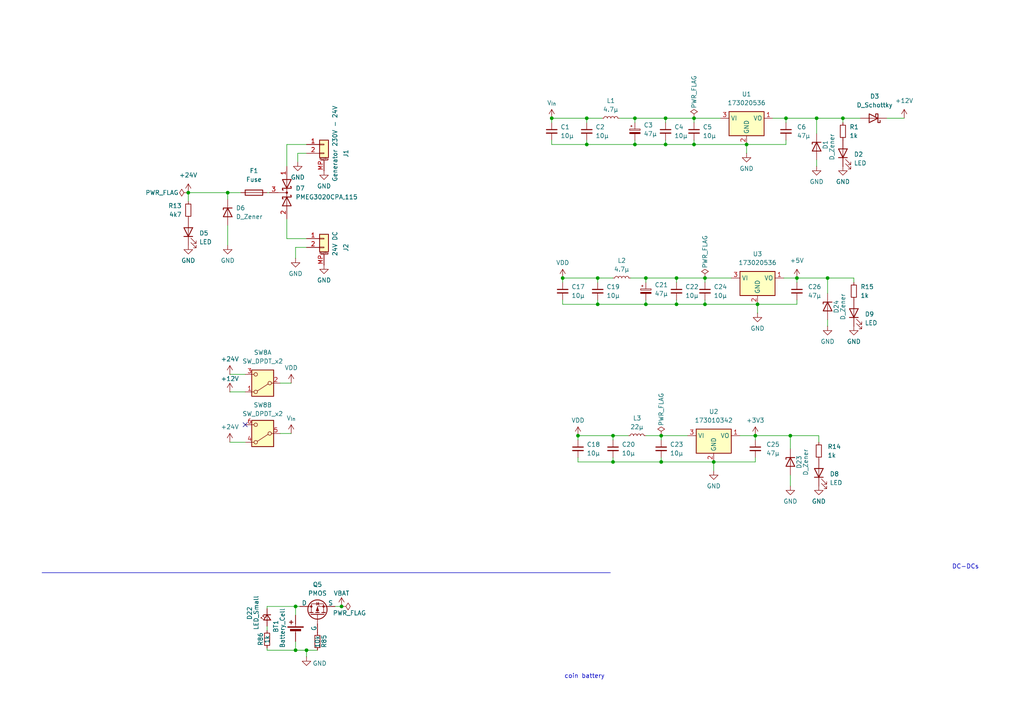
<source format=kicad_sch>
(kicad_sch (version 20250114) (generator "eeschema") (generator_version "9.0")
  (paper "A4")
  (lib_symbols
    (symbol "Connector_Generic_MountingPin:Conn_01x02_MountingPin" (pin_names (offset 1.016) (hide yes))
      (property "Reference" "J" (at 0 2.54 0))
      (property "Value" "Conn_01x02_MountingPin" (at 1.27 -5.08 0))
      (symbol "Conn_01x02_MountingPin_1_1"
        (rectangle (start -1.27 1.27) (end 1.27 -3.81) (stroke (width 0.254)) (fill (type background)))
        (rectangle (start -1.27 0.127) (end 0 -0.127) (stroke (width 0.1524)))
        (rectangle (start -1.27 -2.413) (end 0 -2.667) (stroke (width 0.1524)))
        (polyline (pts (xy -1.016 -4.572) (xy 1.016 -4.572)) (stroke (width 0.1524)))
        (text "Mounting" (at 0 -4.191 0) (effects (font (size 0.381 0.381))))
        (pin passive line (at -5.08 0 0) (length 3.81) (name "Pin_1") (number "1"))
        (pin passive line (at -5.08 -2.54 0) (length 3.81) (name "Pin_2") (number "2"))
        (pin passive line (at 0 -7.62 90) (length 3.048) (name "MountPin") (number "MP"))
      )
    )
    (symbol "D_Zener_1" (pin_numbers (hide yes)) (pin_names (offset 1.016) (hide yes))
      (property "Reference" "D1" (at -1.905 -2.54 0))
      (property "Value" "D_Zener" (at -3.81 -4.445 0))
      (symbol "D_Zener_1_0_1"
        (polyline (pts (xy -1.27 -1.27) (xy -1.27 1.27) (xy -0.762 1.27)) (stroke (width 0.254)))
        (polyline (pts (xy 1.27 0) (xy -1.27 0)))
        (polyline (pts (xy 1.27 -1.27) (xy 1.27 1.27) (xy -1.27 0) (xy 1.27 -1.27)) (stroke (width 0.254)))
      )
      (symbol "D_Zener_1_1_1"
        (pin passive line (at -3.81 0 0) (length 2.54) (name "K") (number "3"))
        (pin passive line (at 3.81 0 180) (length 2.54) (name "A") (number "1"))
      )
    )
    (symbol "Device:Battery_Cell" (pin_numbers (hide yes)) (pin_names (offset 0) (hide yes))
      (property "Reference" "BT" (at 2.54 2.54 0))
      (property "Value" "Battery_Cell" (at 2.54 0 0))
      (symbol "Battery_Cell_0_1"
        (rectangle (start -2.286 1.778) (end 2.286 1.524) (fill (type outline)))
        (rectangle (start -1.524 1.016) (end 1.524 0.508) (fill (type outline)))
        (polyline (pts (xy 0 1.778) (xy 0 2.54)))
        (polyline (pts (xy 0 0.762) (xy 0 0)))
        (polyline (pts (xy 0.762 3.048) (xy 1.778 3.048)) (stroke (width 0.254)))
        (polyline (pts (xy 1.27 3.556) (xy 1.27 2.54)) (stroke (width 0.254)))
      )
      (symbol "Battery_Cell_1_1"
        (pin passive line (at 0 5.08 270) (length 2.54) (name "+") (number "1"))
        (pin passive line (at 0 -2.54 90) (length 2.54) (name "-") (number "2"))
      )
    )
    (symbol "Device:C_Polarized_Small" (pin_numbers (hide yes)) (pin_names (offset 0.254) (hide yes))
      (property "Reference" "C" (at 0.254 1.778 0))
      (property "Value" "C_Polarized_Small" (at 0.254 -2.032 0))
      (symbol "C_Polarized_Small_0_1"
        (rectangle (start -1.524 0.6858) (end 1.524 0.3048))
        (rectangle (start -1.524 -0.3048) (end 1.524 -0.6858) (fill (type outline)))
        (polyline (pts (xy -1.27 1.524) (xy -0.762 1.524)))
        (polyline (pts (xy -1.016 1.27) (xy -1.016 1.778)))
      )
      (symbol "C_Polarized_Small_1_1"
        (pin passive line (at 0 2.54 270) (length 1.8542) (name "~") (number "1"))
        (pin passive line (at 0 -2.54 90) (length 1.8542) (name "~") (number "2"))
      )
    )
    (symbol "Device:C_Small" (pin_numbers (hide yes)) (pin_names (offset 0.254) (hide yes))
      (property "Reference" "C" (at 0.254 1.778 0))
      (property "Value" "C_Small" (at 0.254 -2.032 0))
      (symbol "C_Small_0_1"
        (polyline (pts (xy -1.524 0.508) (xy 1.524 0.508)) (stroke (width 0.3048)))
        (polyline (pts (xy -1.524 -0.508) (xy 1.524 -0.508)) (stroke (width 0.3302)))
      )
      (symbol "C_Small_1_1"
        (pin passive line (at 0 2.54 270) (length 2.032) (name "~") (number "1"))
        (pin passive line (at 0 -2.54 90) (length 2.032) (name "~") (number "2"))
      )
    )
    (symbol "Device:D_Schottky" (pin_numbers (hide yes)) (pin_names (offset 1.016) (hide yes))
      (property "Reference" "D" (at 0 2.54 0))
      (property "Value" "D_Schottky" (at 0 -2.54 0))
      (symbol "D_Schottky_0_1"
        (polyline (pts (xy -1.905 0.635) (xy -1.905 1.27) (xy -1.27 1.27) (xy -1.27 -1.27) (xy -0.635 -1.27) (xy -0.635 -0.635)) (stroke (width 0.254)))
        (polyline (pts (xy 1.27 1.27) (xy 1.27 -1.27) (xy -1.27 0) (xy 1.27 1.27)) (stroke (width 0.254)))
        (polyline (pts (xy 1.27 0) (xy -1.27 0)))
      )
      (symbol "D_Schottky_1_1"
        (pin passive line (at -3.81 0 0) (length 2.54) (name "K") (number "1"))
        (pin passive line (at 3.81 0 180) (length 2.54) (name "A") (number "2"))
      )
    )
    (symbol "Device:D_Schottky_Dual_CommonCathode_AAK" (pin_names (offset 0.762) (hide yes))
      (property "Reference" "D" (at 1.27 -2.54 0))
      (property "Value" "D_Schottky_Dual_CommonCathode_AAK" (at 0 2.54 0))
      (symbol "D_Schottky_Dual_CommonCathode_AAK_0_1"
        (polyline (pts (xy -3.81 1.27) (xy -1.27 0) (xy -3.81 -1.27) (xy -3.81 1.27) (xy -3.81 1.27) (xy -3.81 1.27)) (stroke (width 0.254)))
        (polyline (pts (xy -3.81 0) (xy 3.81 0)))
        (polyline (pts (xy -1.778 1.016) (xy -1.778 1.27) (xy -1.27 1.27) (xy -1.27 1.27) (xy -1.27 1.27)) (stroke (width 0.254)))
        (polyline (pts (xy -1.27 -1.27) (xy -1.27 1.27) (xy -1.27 1.27)) (stroke (width 0.254)))
        (polyline (pts (xy -1.27 -1.27) (xy -0.762 -1.27) (xy -0.762 -1.016) (xy -0.762 -1.016)) (stroke (width 0.254)))
        (polyline (pts (xy 0 0) (xy 0 -2.54)))
        (circle (center 0 0) (radius 0.254) (fill (type outline)))
        (polyline (pts (xy 1.27 1.27) (xy 0.762 1.27) (xy 0.762 1.016) (xy 0.762 1.016)) (stroke (width 0.254)))
        (polyline (pts (xy 1.27 -1.27) (xy 1.27 1.27) (xy 1.27 1.27)) (stroke (width 0.254)))
        (polyline (pts (xy 1.27 -1.27) (xy 1.778 -1.27) (xy 1.778 -1.016) (xy 1.778 -1.016)) (stroke (width 0.254)))
        (polyline (pts (xy 3.81 -1.27) (xy 1.27 0) (xy 3.81 1.27) (xy 3.81 -1.27) (xy 3.81 -1.27) (xy 3.81 -1.27)) (stroke (width 0.254)))
        (pin passive line (at -7.62 0 0) (length 3.81) (name "A") (number "1"))
        (pin passive line (at 0 -5.08 90) (length 2.54) (name "K") (number "3"))
        (pin passive line (at 7.62 0 180) (length 3.81) (name "A") (number "2"))
      )
    )
    (symbol "Device:D_Zener" (pin_numbers (hide yes)) (pin_names (offset 1.016) (hide yes))
      (property "Reference" "D" (at 0 2.54 0))
      (property "Value" "D_Zener" (at 0 -2.54 0))
      (symbol "D_Zener_0_1"
        (polyline (pts (xy -1.27 -1.27) (xy -1.27 1.27) (xy -0.762 1.27)) (stroke (width 0.254)))
        (polyline (pts (xy 1.27 0) (xy -1.27 0)))
        (polyline (pts (xy 1.27 -1.27) (xy 1.27 1.27) (xy -1.27 0) (xy 1.27 -1.27)) (stroke (width 0.254)))
      )
      (symbol "D_Zener_1_1"
        (pin passive line (at -3.81 0 0) (length 2.54) (name "K") (number "1"))
        (pin passive line (at 3.81 0 180) (length 2.54) (name "A") (number "2"))
      )
    )
    (symbol "Device:Fuse" (pin_numbers (hide yes)) (pin_names (offset 0))
      (property "Reference" "F" (at 2.032 0 90))
      (property "Value" "Fuse" (at -1.905 0 90))
      (symbol "Fuse_0_1"
        (rectangle (start -0.762 -2.54) (end 0.762 2.54) (stroke (width 0.254)))
        (polyline (pts (xy 0 2.54) (xy 0 -2.54)))
      )
      (symbol "Fuse_1_1"
        (pin passive line (at 0 3.81 270) (length 1.27) (name "~") (number "1"))
        (pin passive line (at 0 -3.81 90) (length 1.27) (name "~") (number "2"))
      )
    )
    (symbol "Device:LED" (pin_numbers (hide yes)) (pin_names (offset 1.016) (hide yes))
      (property "Reference" "D" (at 0 2.54 0))
      (property "Value" "LED" (at 0 -2.54 0))
      (symbol "LED_0_1"
        (polyline (pts (xy -3.048 -0.762) (xy -4.572 -2.286) (xy -3.81 -2.286) (xy -4.572 -2.286) (xy -4.572 -1.524)))
        (polyline (pts (xy -1.778 -0.762) (xy -3.302 -2.286) (xy -2.54 -2.286) (xy -3.302 -2.286) (xy -3.302 -1.524)))
        (polyline (pts (xy -1.27 0) (xy 1.27 0)))
        (polyline (pts (xy -1.27 -1.27) (xy -1.27 1.27)) (stroke (width 0.254)))
        (polyline (pts (xy 1.27 -1.27) (xy 1.27 1.27) (xy -1.27 0) (xy 1.27 -1.27)) (stroke (width 0.254)))
      )
      (symbol "LED_1_1"
        (pin passive line (at -3.81 0 0) (length 2.54) (name "K") (number "1"))
        (pin passive line (at 3.81 0 180) (length 2.54) (name "A") (number "2"))
      )
    )
    (symbol "Device:LED_Small" (pin_numbers (hide yes)) (pin_names (offset 0.254) (hide yes))
      (property "Reference" "D" (at -1.27 3.175 0))
      (property "Value" "LED_Small" (at -4.445 -2.54 0))
      (symbol "LED_Small_0_1"
        (polyline (pts (xy -0.762 -1.016) (xy -0.762 1.016)) (stroke (width 0.254)))
        (polyline (pts (xy 0 0.762) (xy -0.508 1.27) (xy -0.254 1.27) (xy -0.508 1.27) (xy -0.508 1.016)))
        (polyline (pts (xy 0.508 1.27) (xy 0 1.778) (xy 0.254 1.778) (xy 0 1.778) (xy 0 1.524)))
        (polyline (pts (xy 0.762 -1.016) (xy -0.762 0) (xy 0.762 1.016) (xy 0.762 -1.016)) (stroke (width 0.254)))
        (polyline (pts (xy 1.016 0) (xy -0.762 0)))
      )
      (symbol "LED_Small_1_1"
        (pin passive line (at -2.54 0 0) (length 1.778) (name "K") (number "1"))
        (pin passive line (at 2.54 0 180) (length 1.778) (name "A") (number "2"))
      )
    )
    (symbol "Device:L_Small" (pin_numbers (hide yes)) (pin_names (offset 0.254) (hide yes))
      (property "Reference" "L" (at 0.762 1.016 0))
      (property "Value" "L_Small" (at 0.762 -1.016 0))
      (symbol "L_Small_0_1"
        (arc (start 0 2.032) (mid 0.5058 1.524) (end 0 1.016))
        (arc (start 0 1.016) (mid 0.5058 0.508) (end 0 0))
        (arc (start 0 0) (mid 0.5058 -0.508) (end 0 -1.016))
        (arc (start 0 -1.016) (mid 0.5058 -1.524) (end 0 -2.032))
      )
      (symbol "L_Small_1_1"
        (pin passive line (at 0 2.54 270) (length 0.508) (name "~") (number "1"))
        (pin passive line (at 0 -2.54 90) (length 0.508) (name "~") (number "2"))
      )
    )
    (symbol "Device:R_Small" (pin_numbers (hide yes)) (pin_names (offset 0.254) (hide yes))
      (property "Reference" "R" (at 0.762 0.508 0))
      (property "Value" "R_Small" (at 0.762 -1.016 0))
      (symbol "R_Small_0_1"
        (rectangle (start -0.762 1.778) (end 0.762 -1.778) (stroke (width 0.2032)))
      )
      (symbol "R_Small_1_1"
        (pin passive line (at 0 2.54 270) (length 0.762) (name "~") (number "1"))
        (pin passive line (at 0 -2.54 90) (length 0.762) (name "~") (number "2"))
      )
    )
    (symbol "LD1117S12TR_SOT223_1"
      (property "Reference" "U2" (at 0 6.985 0))
      (property "Value" "173010342" (at 0 4.445 0))
      (symbol "LD1117S12TR_SOT223_1_0_1"
        (rectangle (start -5.08 -5.08) (end 5.08 1.905) (stroke (width 0.254)) (fill (type background)))
      )
      (symbol "LD1117S12TR_SOT223_1_1_1"
        (pin power_in line (at -7.62 0 0) (length 2.54) (name "VI") (number "3"))
        (pin power_in line (at 0 -7.62 90) (length 2.54) (name "GND") (number "2"))
        (pin power_out line (at 7.62 0 180) (length 2.54) (name "VO") (number "1"))
      )
    )
    (symbol "Regulator_Linear:LD1117S12TR_SOT223"
      (property "Reference" "U3" (at 0 6.985 0))
      (property "Value" "173020536" (at 0 4.445 0))
      (symbol "LD1117S12TR_SOT223_0_1"
        (rectangle (start -5.08 -5.08) (end 5.08 1.905) (stroke (width 0.254)) (fill (type background)))
      )
      (symbol "LD1117S12TR_SOT223_1_1"
        (pin power_in line (at -7.62 0 0) (length 2.54) (name "VI") (number "3"))
        (pin power_in line (at 0 -7.62 90) (length 2.54) (name "GND") (number "2"))
        (pin power_out line (at 7.62 0 180) (length 2.54) (name "VO") (number "1"))
      )
    )
    (symbol "Simulation_SPICE:PMOS" (pin_numbers (hide yes)) (pin_names (offset 0))
      (property "Reference" "Q" (at 5.08 1.27 0))
      (property "Value" "PMOS" (at 5.08 -1.27 0))
      (symbol "PMOS_0_1"
        (polyline (pts (xy 0.254 1.905) (xy 0.254 -1.905)) (stroke (width 0.254)))
        (polyline (pts (xy 0.254 0) (xy -2.54 0)))
        (polyline (pts (xy 0.762 2.286) (xy 0.762 1.27)) (stroke (width 0.254)))
        (polyline (pts (xy 0.762 1.778) (xy 3.302 1.778) (xy 3.302 -1.778) (xy 0.762 -1.778)))
        (polyline (pts (xy 0.762 0.508) (xy 0.762 -0.508)) (stroke (width 0.254)))
        (polyline (pts (xy 0.762 -1.27) (xy 0.762 -2.286)) (stroke (width 0.254)))
        (circle (center 1.651 0) (radius 2.794) (stroke (width 0.254)))
        (polyline (pts (xy 2.286 0) (xy 1.27 0.381) (xy 1.27 -0.381) (xy 2.286 0)) (fill (type outline)))
        (polyline (pts (xy 2.54 2.54) (xy 2.54 1.778)))
        (circle (center 2.54 1.778) (radius 0.254) (fill (type outline)))
        (circle (center 2.54 -1.778) (radius 0.254) (fill (type outline)))
        (polyline (pts (xy 2.54 -2.54) (xy 2.54 0) (xy 0.762 0)))
        (polyline (pts (xy 2.794 -0.508) (xy 2.921 -0.381) (xy 3.683 -0.381) (xy 3.81 -0.254)))
        (polyline (pts (xy 3.302 -0.381) (xy 2.921 0.254) (xy 3.683 0.254) (xy 3.302 -0.381)))
      )
      (symbol "PMOS_1_1"
        (pin input line (at -5.08 0 0) (length 2.54) (name "G") (number "2"))
        (pin passive line (at 2.54 5.08 270) (length 2.54) (name "D") (number "1"))
        (pin passive line (at 2.54 -5.08 90) (length 2.54) (name "S") (number "3"))
      )
    )
    (symbol "Switch:SW_DPDT_x2" (pin_names (offset 0) (hide yes))
      (property "Reference" "SW" (at 0 5.08 0))
      (property "Value" "SW_DPDT_x2" (at 0 -5.08 0))
      (symbol "SW_DPDT_x2_0_0"
        (circle (center -2.032 0) (radius 0.508))
        (circle (center 2.032 -2.54) (radius 0.508))
      )
      (symbol "SW_DPDT_x2_0_1"
        (rectangle (start -3.175 3.81) (end 3.175 -3.81) (stroke (width 0.254)) (fill (type background)))
        (polyline (pts (xy -1.524 0.254) (xy 1.5748 2.286)))
        (circle (center 2.032 2.54) (radius 0.508))
      )
      (symbol "SW_DPDT_x2_1_1"
        (pin passive line (at -5.08 0 0) (length 2.54) (name "B") (number "2"))
        (pin passive line (at 5.08 2.54 180) (length 2.54) (name "A") (number "1"))
        (pin passive line (at 5.08 -2.54 180) (length 2.54) (name "C") (number "3"))
      )
      (symbol "SW_DPDT_x2_2_1"
        (pin passive line (at -5.08 0 0) (length 2.54) (name "B") (number "5"))
        (pin passive line (at 5.08 2.54 180) (length 2.54) (name "A") (number "4"))
        (pin passive line (at 5.08 -2.54 180) (length 2.54) (name "C") (number "6"))
      )
    )
    (symbol "power:+12V" (power) (pin_numbers (hide yes)) (pin_names (offset 0) (hide yes))
      (property "Value" "+12V" (at 0 3.556 0))
      (symbol "+12V_0_1"
        (polyline (pts (xy -0.762 1.27) (xy 0 2.54)))
        (polyline (pts (xy 0 2.54) (xy 0.762 1.27)))
        (polyline (pts (xy 0 0) (xy 0 2.54)))
      )
      (symbol "+12V_1_1"
        (pin power_in line (at 0 0 90) (length 0) (name "~") (number "1"))
      )
    )
    (symbol "power:+24V" (power) (pin_numbers (hide yes)) (pin_names (offset 0) (hide yes))
      (property "Value" "+24V" (at 0 3.556 0))
      (symbol "+24V_0_1"
        (polyline (pts (xy -0.762 1.27) (xy 0 2.54)))
        (polyline (pts (xy 0 2.54) (xy 0.762 1.27)))
        (polyline (pts (xy 0 0) (xy 0 2.54)))
      )
      (symbol "+24V_1_1"
        (pin power_in line (at 0 0 90) (length 0) (name "~") (number "1"))
      )
    )
    (symbol "power:+3V3" (power) (pin_numbers (hide yes)) (pin_names (offset 0) (hide yes))
      (property "Value" "+3V3" (at 0 3.556 0))
      (symbol "+3V3_0_1"
        (polyline (pts (xy -0.762 1.27) (xy 0 2.54)))
        (polyline (pts (xy 0 2.54) (xy 0.762 1.27)))
        (polyline (pts (xy 0 0) (xy 0 2.54)))
      )
      (symbol "+3V3_1_1"
        (pin power_in line (at 0 0 90) (length 0) (name "~") (number "1"))
      )
    )
    (symbol "power:+5V" (power) (pin_numbers (hide yes)) (pin_names (offset 0) (hide yes))
      (property "Value" "+5V" (at 0 3.556 0))
      (symbol "+5V_0_1"
        (polyline (pts (xy -0.762 1.27) (xy 0 2.54)))
        (polyline (pts (xy 0 2.54) (xy 0.762 1.27)))
        (polyline (pts (xy 0 0) (xy 0 2.54)))
      )
      (symbol "+5V_1_1"
        (pin power_in line (at 0 0 90) (length 0) (name "~") (number "1"))
      )
    )
    (symbol "power:GND" (power) (pin_numbers (hide yes)) (pin_names (offset 0) (hide yes))
      (property "Value" "GND" (at 0 -3.81 0))
      (symbol "GND_0_1"
        (polyline (pts (xy 0 0) (xy 0 -1.27) (xy 1.27 -1.27) (xy 0 -2.54) (xy -1.27 -1.27) (xy 0 -1.27)))
      )
      (symbol "GND_1_1"
        (pin power_in line (at 0 0 270) (length 0) (name "~") (number "1"))
      )
    )
    (symbol "power:PWR_FLAG" (power) (pin_numbers (hide yes)) (pin_names (offset 0) (hide yes))
      (property "Value" "PWR_FLAG" (at 0 3.81 0))
      (symbol "PWR_FLAG_0_0"
        (pin power_out line (at 0 0 90) (length 0) (name "~") (number "1"))
      )
      (symbol "PWR_FLAG_0_1"
        (polyline (pts (xy 0 0) (xy 0 1.27) (xy -1.016 1.905) (xy 0 2.54) (xy 1.016 1.905) (xy 0 1.27)))
      )
    )
    (symbol "power:VDD" (power) (pin_numbers (hide yes)) (pin_names (offset 0) (hide yes))
      (property "Value" "VDD" (at 0 3.556 0))
      (symbol "VDD_0_1"
        (polyline (pts (xy -0.762 1.27) (xy 0 2.54)))
        (polyline (pts (xy 0 2.54) (xy 0.762 1.27)))
        (polyline (pts (xy 0 0) (xy 0 2.54)))
      )
      (symbol "VDD_1_1"
        (pin power_in line (at 0 0 90) (length 0) (name "~") (number "1"))
      )
    )
  )
  (text "coin battery" (at 169.545 196.215 0) (effects (font (size 1.27 1.27))))
  (text "DC-DCs" (at 280.035 164.465 0) (effects (font (size 1.27 1.27))))
  (junction (at 167.64 126.365))
  (junction (at 207.01 133.985))
  (junction (at 163.195 80.645))
  (junction (at 187.325 80.645))
  (junction (at 196.215 88.265))
  (junction (at 204.47 80.645))
  (junction (at 227.965 34.29))
  (junction (at 201.295 41.91))
  (junction (at 85.725 188.595))
  (junction (at 173.355 80.645))
  (junction (at 54.61 55.88))
  (junction (at 191.77 126.365))
  (junction (at 240.03 80.645))
  (junction (at 85.725 175.895))
  (junction (at 219.075 126.365))
  (junction (at 204.47 88.265))
  (junction (at 170.18 34.29))
  (junction (at 196.215 80.645))
  (junction (at 177.8 126.365))
  (junction (at 191.77 133.985))
  (junction (at 88.9 188.595))
  (junction (at 160.02 34.29))
  (junction (at 177.8 133.985))
  (junction (at 201.295 34.29))
  (junction (at 229.235 126.365))
  (junction (at 99.06 175.895))
  (junction (at 170.18 41.91))
  (junction (at 231.14 80.645))
  (junction (at 187.325 88.265))
  (junction (at 216.535 41.91))
  (junction (at 244.475 34.29))
  (junction (at 66.04 55.88))
  (junction (at 184.15 34.29))
  (junction (at 236.855 34.29))
  (junction (at 193.04 34.29))
  (junction (at 173.355 88.265))
  (junction (at 219.71 88.265))
  (junction (at 184.15 41.91))
  (junction (at 193.04 41.91))
  (no_connect (at 71.12 123.19))
  (wire (pts (xy 83.185 69.215) (xy 83.185 63.5)))
  (wire (pts (xy 240.03 80.645) (xy 231.14 80.645)))
  (wire (pts (xy 236.855 34.29) (xy 236.855 38.735)))
  (wire (pts (xy 83.185 41.91) (xy 88.9 41.91)))
  (wire (pts (xy 167.64 126.365) (xy 167.64 127.635)))
  (wire (pts (xy 184.15 34.29) (xy 184.15 35.56)))
  (wire (pts (xy 231.14 86.995) (xy 231.14 88.265)))
  (wire (pts (xy 160.02 34.29) (xy 170.18 34.29)))
  (wire (pts (xy 167.64 126.365) (xy 177.8 126.365)))
  (wire (pts (xy 231.14 88.265) (xy 219.71 88.265)))
  (wire (pts (xy 170.18 40.64) (xy 170.18 41.91)))
  (wire (pts (xy 77.47 182.88) (xy 77.47 181.61)))
  (wire (pts (xy 191.77 133.985) (xy 207.01 133.985)))
  (wire (pts (xy 229.235 130.175) (xy 229.235 126.365)))
  (wire (pts (xy 54.61 55.88) (xy 66.04 55.88)))
  (wire (pts (xy 77.47 55.88) (xy 78.105 55.88)))
  (wire (pts (xy 214.63 126.365) (xy 219.075 126.365)))
  (wire (pts (xy 193.04 34.29) (xy 193.04 35.56)))
  (wire (pts (xy 236.855 46.355) (xy 236.855 48.26)))
  (wire (pts (xy 219.075 126.365) (xy 219.075 127.635)))
  (wire (pts (xy 66.675 128.27) (xy 71.12 128.27)))
  (wire (pts (xy 244.475 34.29) (xy 249.555 34.29)))
  (wire (pts (xy 167.64 133.985) (xy 177.8 133.985)))
  (wire (pts (xy 163.195 80.645) (xy 163.195 81.915)))
  (wire (pts (xy 160.02 34.29) (xy 160.02 35.56)))
  (wire (pts (xy 177.8 126.365) (xy 182.245 126.365)))
  (wire (pts (xy 88.9 188.595) (xy 92.075 188.595)))
  (wire (pts (xy 224.155 34.29) (xy 227.965 34.29)))
  (wire (pts (xy 179.705 34.29) (xy 184.15 34.29)))
  (wire (pts (xy 170.18 34.29) (xy 170.18 35.56)))
  (wire (pts (xy 85.725 188.595) (xy 88.9 188.595)))
  (wire (pts (xy 66.04 55.88) (xy 69.85 55.88)))
  (wire (pts (xy 81.28 111.125) (xy 84.455 111.125)))
  (wire (pts (xy 204.47 88.265) (xy 219.71 88.265)))
  (wire (pts (xy 201.295 41.91) (xy 216.535 41.91)))
  (wire (pts (xy 201.295 34.29) (xy 201.295 35.56)))
  (wire (pts (xy 187.325 126.365) (xy 191.77 126.365)))
  (wire (pts (xy 184.15 40.64) (xy 184.15 41.91)))
  (wire (pts (xy 66.04 65.405) (xy 66.04 71.12)))
  (wire (pts (xy 257.175 34.29) (xy 262.255 34.29)))
  (wire (pts (xy 227.965 34.29) (xy 227.965 35.56)))
  (wire (pts (xy 97.155 175.895) (xy 99.06 175.895)))
  (wire (pts (xy 85.725 175.895) (xy 86.995 175.895)))
  (wire (pts (xy 219.71 88.265) (xy 219.71 90.805)))
  (wire (pts (xy 191.77 126.365) (xy 199.39 126.365)))
  (wire (pts (xy 182.88 80.645) (xy 187.325 80.645)))
  (wire (pts (xy 77.47 187.96) (xy 77.47 188.595)))
  (wire (pts (xy 184.15 34.29) (xy 193.04 34.29)))
  (wire (pts (xy 204.47 80.645) (xy 204.47 81.915)))
  (wire (pts (xy 244.475 35.56) (xy 244.475 34.29)))
  (wire (pts (xy 77.47 175.895) (xy 85.725 175.895)))
  (wire (pts (xy 77.47 176.53) (xy 77.47 175.895)))
  (wire (pts (xy 204.47 86.995) (xy 204.47 88.265)))
  (wire (pts (xy 177.8 132.715) (xy 177.8 133.985)))
  (wire (pts (xy 191.77 126.365) (xy 191.77 127.635)))
  (wire (pts (xy 196.215 80.645) (xy 204.47 80.645)))
  (wire (pts (xy 201.295 40.64) (xy 201.295 41.91)))
  (wire (pts (xy 193.04 34.29) (xy 201.295 34.29)))
  (wire (pts (xy 207.01 133.985) (xy 207.01 136.525)))
  (wire (pts (xy 196.215 88.265) (xy 204.47 88.265)))
  (wire (pts (xy 231.14 80.645) (xy 231.14 81.915)))
  (wire (pts (xy 88.9 69.215) (xy 83.185 69.215)))
  (wire (pts (xy 187.325 88.265) (xy 196.215 88.265)))
  (wire (pts (xy 193.04 40.64) (xy 193.04 41.91)))
  (wire (pts (xy 247.65 81.915) (xy 247.65 80.645)))
  (wire (pts (xy 193.04 41.91) (xy 201.295 41.91)))
  (wire (pts (xy 170.18 41.91) (xy 184.15 41.91)))
  (wire (pts (xy 173.355 80.645) (xy 177.8 80.645)))
  (wire (pts (xy 237.49 126.365) (xy 237.49 128.27)))
  (wire (pts (xy 163.195 86.995) (xy 163.195 88.265)))
  (wire (pts (xy 163.195 88.265) (xy 173.355 88.265)))
  (wire (pts (xy 173.355 80.645) (xy 173.355 81.915)))
  (wire (pts (xy 240.03 80.645) (xy 240.03 85.09)))
  (wire (pts (xy 163.195 80.645) (xy 173.355 80.645)))
  (wire (pts (xy 196.215 80.645) (xy 196.215 81.915)))
  (wire (pts (xy 187.325 86.995) (xy 187.325 88.265)))
  (wire (pts (xy 187.325 80.645) (xy 196.215 80.645)))
  (wire (pts (xy 83.185 48.26) (xy 83.185 41.91)))
  (wire (pts (xy 86.36 44.45) (xy 86.36 46.99)))
  (wire (pts (xy 227.965 40.64) (xy 227.965 41.91)))
  (wire (pts (xy 244.475 34.29) (xy 236.855 34.29)))
  (wire (pts (xy 177.8 126.365) (xy 177.8 127.635)))
  (wire (pts (xy 66.04 55.88) (xy 66.04 57.785)))
  (wire (pts (xy 88.9 188.595) (xy 88.9 190.5)))
  (wire (pts (xy 170.18 34.29) (xy 174.625 34.29)))
  (wire (pts (xy 227.965 41.91) (xy 216.535 41.91)))
  (wire (pts (xy 160.02 41.91) (xy 170.18 41.91)))
  (wire (pts (xy 85.725 186.055) (xy 85.725 188.595)))
  (wire (pts (xy 86.36 44.45) (xy 88.9 44.45)))
  (wire (pts (xy 81.28 125.73) (xy 84.455 125.73)))
  (wire (pts (xy 247.65 80.645) (xy 240.03 80.645)))
  (wire (pts (xy 219.075 126.365) (xy 229.235 126.365)))
  (wire (pts (xy 177.8 133.985) (xy 191.77 133.985)))
  (wire (pts (xy 85.725 178.435) (xy 85.725 175.895)))
  (wire (pts (xy 229.235 126.365) (xy 237.49 126.365)))
  (wire (pts (xy 227.33 80.645) (xy 231.14 80.645)))
  (wire (pts (xy 187.325 80.645) (xy 187.325 81.915)))
  (wire (pts (xy 167.64 132.715) (xy 167.64 133.985)))
  (wire (pts (xy 173.355 86.995) (xy 173.355 88.265)))
  (wire (pts (xy 196.215 86.995) (xy 196.215 88.265)))
  (wire (pts (xy 85.725 71.755) (xy 85.725 74.93)))
  (wire (pts (xy 54.61 58.42) (xy 54.61 55.88)))
  (wire (pts (xy 191.77 132.715) (xy 191.77 133.985)))
  (wire (pts (xy 66.675 108.585) (xy 71.12 108.585)))
  (wire (pts (xy 184.15 41.91) (xy 193.04 41.91)))
  (wire (pts (xy 88.9 71.755) (xy 85.725 71.755)))
  (wire (pts (xy 207.01 133.985) (xy 219.075 133.985)))
  (wire (pts (xy 236.855 34.29) (xy 227.965 34.29)))
  (wire (pts (xy 219.075 132.715) (xy 219.075 133.985)))
  (wire (pts (xy 160.02 40.64) (xy 160.02 41.91)))
  (wire (pts (xy 240.03 92.71) (xy 240.03 94.615)))
  (wire (pts (xy 204.47 80.645) (xy 212.09 80.645)))
  (polyline (pts (xy 177.038 166.116) (xy 12.192 166.116)))
  (wire (pts (xy 66.675 113.665) (xy 71.12 113.665)))
  (wire (pts (xy 77.47 188.595) (xy 85.725 188.595)))
  (wire (pts (xy 229.235 137.795) (xy 229.235 140.97)))
  (wire (pts (xy 216.535 41.91) (xy 216.535 44.45)))
  (wire (pts (xy 201.295 34.29) (xy 208.915 34.29)))
  (wire (pts (xy 173.355 88.265) (xy 187.325 88.265)))
  (symbol (lib_id "power:GND") (at 207.01 136.525 0) (unit 1)
    (property "Reference" "#PWR025" (effects (hide yes)))
    (property "Value" "GND" (at 207.01 140.97 0))
    (property "Description" "Power symbol creates a global label with name \"GND\" , ground" (effects (hide yes)))
  )
  (symbol (lib_id "power:PWR_FLAG") (at 54.61 55.88 90) (unit 1)
    (property "Reference" "#FLG01" (effects (hide yes)))
    (property "Value" "PWR_FLAG" (at 46.99 55.88 90))
    (property "Description" "Special symbol for telling ERC where power comes from" (effects (hide yes)))
  )
  (symbol (lib_id "Connector_Generic_MountingPin:Conn_01x02_MountingPin") (at 93.98 41.91 0) (unit 1)
    (property "Reference" "J1" (at 100.33 45.72 90) (effects (justify left)))
    (property "Value" "Generator 230V - 24V" (at 97.155 52.705 90) (effects (justify left)))
    (property "Footprint" "FaSTTUBe_connectors:Micro_Mate-N-Lok_2p_vertical" (effects (hide yes)))
    (property "Description" "Generic connectable mounting pin connector, single row, 01x02, script generated (kicad-library-utils/schlib/autogen/connector/)" (effects (hide yes)))
  )
  (symbol (lib_name "D_Zener_1") (lib_id "Device:D_Zener") (at 236.855 42.545 90) (mirror x) (unit 1)
    (property "Reference" "D1" (at 239.395 40.64 0) (effects (justify left)))
    (property "Value" "D_Zener" (at 241.3 38.735 0) (effects (justify left)))
    (property "Footprint" "Package_TO_SOT_SMD:SOT-23-3" (effects (hide yes)))
    (property "Datasheet" "https://www.onsemi.com/products/discrete-power-modules/zener-diodes/mmsz" (effects (hide yes)))
    (property "Description" "MMSZ24T1G" (effects (hide yes)))
  )
  (symbol (lib_id "Device:C_Small") (at 193.04 38.1 0) (unit 1)
    (property "Reference" "C4" (at 195.58 36.8362 0) (effects (justify left)))
    (property "Value" "10µ" (at 195.58 39.3762 0) (effects (justify left)))
    (property "Footprint" "Capacitor_SMD:C_1206_3216Metric" (effects (hide yes)))
    (property "Description" "Unpolarized capacitor, X5R" (effects (hide yes)))
  )
  (symbol (lib_id "power:+24V") (at 54.61 55.88 0) (unit 1)
    (property "Reference" "#PWR022" (effects (hide yes)))
    (property "Value" "+24V" (at 54.61 50.8 0))
    (property "Description" "Power symbol creates a global label with name \"+24V\"" (effects (hide yes)))
  )
  (symbol (lib_id "Device:C_Small") (at 167.64 130.175 0) (unit 1)
    (property "Reference" "C18" (at 170.18 128.9112 0) (effects (justify left)))
    (property "Value" "10µ" (at 170.18 131.4512 0) (effects (justify left)))
    (property "Footprint" "Capacitor_SMD:C_1206_3216Metric" (effects (hide yes)))
    (property "Description" "Unpolarized capacitor, X5R" (effects (hide yes)))
  )
  (symbol (lib_id "Device:R_Small") (at 92.075 186.055 0) (unit 1)
    (property "Reference" "R85" (at 93.98 187.96 90) (effects (justify left)))
    (property "Value" "10k" (at 92.075 187.96 90) (effects (justify left)))
    (property "Footprint" "Resistor_SMD:R_0603_1608Metric" (effects (hide yes)))
    (property "Description" "Resistor, small symbol" (effects (hide yes)))
  )
  (symbol (lib_id "power:GND") (at 88.9 190.5 0) (unit 1)
    (property "Reference" "#PWR0200" (effects (hide yes)))
    (property "Value" "GND" (at 92.71 192.405 0))
    (property "Description" "Power symbol creates a global label with name \"GND\" , ground" (effects (hide yes)))
  )
  (symbol (lib_id "Device:LED_Small") (at 77.47 179.07 90) (mirror x) (unit 1)
    (property "Reference" "D22" (at 72.39 175.895 0) (effects (justify left)))
    (property "Value" "LED_Small" (at 74.295 172.72 0) (effects (justify left)))
    (property "Footprint" "LED_SMD:LED_0603_1608Metric" (effects (hide yes)))
    (property "Description" "Light emitting diode, small symbol" (effects (hide yes)))
    (property "Sim.Pin" "1=K 2=A" (effects (hide yes)))
  )
  (symbol (lib_id "power:VDD") (at 163.195 80.645 0) (unit 1)
    (property "Reference" "#PWR06" (effects (hide yes)))
    (property "Value" "VDD" (at 163.195 76.2 0))
    (property "Description" "Power symbol creates a global label with name \"VDD\"" (effects (hide yes)))
  )
  (symbol (lib_id "Device:LED") (at 244.475 44.45 90) (unit 1)
    (property "Reference" "D2" (at 247.65 44.7674 90) (effects (justify right)))
    (property "Value" "LED" (at 247.65 47.3074 90) (effects (justify right)))
    (property "Footprint" "LED_SMD:LED_0603_1608Metric" (effects (hide yes)))
    (property "Description" "Light emitting diode" (effects (hide yes)))
  )
  (symbol (lib_id "power:+3V3") (at 219.075 126.365 0) (unit 1)
    (property "Reference" "#PWR029" (effects (hide yes)))
    (property "Value" "+3V3" (at 219.075 121.92 0))
    (property "Description" "Power symbol creates a global label with name \"+3V3\"" (effects (hide yes)))
  )
  (symbol (lib_id "Regulator_Linear:LD1117S12TR_SOT223") (at 216.535 34.29 0) (unit 1)
    (property "Reference" "U1" (at 216.535 27.305 0))
    (property "Value" "173020536" (at 216.535 29.845 0))
    (property "Footprint" "Charger:173010542" (effects (hide yes)))
    (property "Datasheet" "https://www.we-online.com/components/products/datasheet/173020536.pdf" (effects (hide yes)))
    (property "Description" "800mA Fixed Low Drop Positive Voltage Regulator, Fixed Output 1.2V, SOT-223" (effects (hide yes)))
  )
  (symbol (lib_id "Device:C_Polarized_Small") (at 184.15 38.1 0) (unit 1)
    (property "Reference" "C3" (at 186.69 36.2838 0) (effects (justify left)))
    (property "Value" "47µ" (at 186.69 38.8238 0) (effects (justify left)))
    (property "Footprint" "Capacitor_SMD:CP_Elec_6.3x7.7" (effects (hide yes)))
    (property "Datasheet" "https://www.we-online.com/components/products/datasheet/865060645008.pdf" (effects (hide yes)))
    (property "Description" "865060645008" (effects (hide yes)))
  )
  (symbol (lib_id "Device:L_Small") (at 180.34 80.645 90) (unit 1)
    (property "Reference" "L2" (at 180.34 75.565 90))
    (property "Value" "4.7µ" (at 180.34 78.105 90))
    (property "Footprint" "Inductor_SMD:L_Wuerth_WE-PD2-Typ-MS" (effects (hide yes)))
    (property "Datasheet" "https://www.we-online.com/components/products/datasheet/744774047.pdf" (effects (hide yes)))
    (property "Description" "744774047" (effects (hide yes)))
  )
  (symbol (lib_id "power:+5V") (at 231.14 80.645 0) (unit 1)
    (property "Reference" "#PWR032" (effects (hide yes)))
    (property "Value" "+5V" (at 231.14 75.565 0))
    (property "Description" "Power symbol creates a global label with name \"+5V\"" (effects (hide yes)))
  )
  (symbol (lib_id "power:PWR_FLAG") (at 191.77 126.365 0) (unit 1)
    (property "Reference" "#FLG02" (effects (hide yes)))
    (property "Value" "PWR_FLAG" (at 191.77 118.745 90))
    (property "Description" "Special symbol for telling ERC where power comes from" (effects (hide yes)))
  )
  (symbol (lib_id "power:VDD") (at 167.64 126.365 0) (unit 1)
    (property "Reference" "#PWR07" (effects (hide yes)))
    (property "Value" "VDD" (at 167.64 121.92 0))
    (property "Description" "Power symbol creates a global label with name \"VDD\"" (effects (hide yes)))
  )
  (symbol (lib_id "Device:L_Small") (at 177.165 34.29 90) (unit 1)
    (property "Reference" "L1" (at 177.165 29.21 90))
    (property "Value" "4.7µ" (at 177.165 31.75 90))
    (property "Footprint" "Inductor_SMD:L_Wuerth_WE-PD2-Typ-MS" (effects (hide yes)))
    (property "Datasheet" "https://www.we-online.com/components/products/datasheet/744774047.pdf" (effects (hide yes)))
    (property "Description" "744774047" (effects (hide yes)))
  )
  (symbol (lib_id "Device:C_Small") (at 191.77 130.175 0) (unit 1)
    (property "Reference" "C23" (at 194.31 128.9112 0) (effects (justify left)))
    (property "Value" "10µ" (at 194.31 131.4512 0) (effects (justify left)))
    (property "Footprint" "Capacitor_SMD:C_1206_3216Metric" (effects (hide yes)))
    (property "Description" "Unpolarized capacitor, X5R" (effects (hide yes)))
  )
  (symbol (lib_id "Switch:SW_DPDT_x2") (at 76.2 125.73 180) (unit 2)
    (property "Reference" "SW8" (at 76.2 117.475 0))
    (property "Value" "SW_DPDT_x2" (at 76.2 120.015 0))
    (property "Footprint" "FaSTTUBe_connectors:Micro_Mate-N-Lok_4p_vertical" (effects (hide yes)))
    (property "Description" "Switch, dual pole double throw, separate symbols" (effects (hide yes)))
  )
  (symbol (lib_id "Device:Battery_Cell") (at 85.725 183.515 0) (mirror y) (unit 1)
    (property "Reference" "BT1" (at 80.01 183.515 90) (effects (justify left)))
    (property "Value" "Battery_Cell" (at 81.915 187.96 90) (effects (justify left)))
    (property "Footprint" "Battery:BatteryHolder_Multicomp_BC-2001_1x2032" (effects (hide yes)))
    (property "Description" "Single-cell battery" (effects (hide yes)))
  )
  (symbol (lib_id "Device:LED") (at 247.65 90.805 90) (unit 1)
    (property "Reference" "D9" (at 250.825 91.1224 90) (effects (justify right)))
    (property "Value" "LED" (at 250.825 93.6624 90) (effects (justify right)))
    (property "Footprint" "LED_SMD:LED_0603_1608Metric" (effects (hide yes)))
    (property "Description" "Light emitting diode" (effects (hide yes)))
  )
  (symbol (lib_id "power:GND") (at 244.475 48.26 0) (unit 1)
    (property "Reference" "#PWR05" (effects (hide yes)))
    (property "Value" "GND" (at 244.475 52.705 0))
    (property "Description" "Power symbol creates a global label with name \"GND\" , ground" (effects (hide yes)))
  )
  (symbol (lib_id "power:VDD") (at 84.455 111.125 0) (unit 1)
    (property "Reference" "#PWR010" (effects (hide yes)))
    (property "Value" "VDD" (at 84.455 106.68 0))
    (property "Description" "Power symbol creates a global label with name \"VDD\"" (effects (hide yes)))
  )
  (symbol (lib_id "Device:LED") (at 54.61 67.31 90) (unit 1)
    (property "Reference" "D5" (at 57.785 67.6274 90) (effects (justify right)))
    (property "Value" "LED" (at 57.785 70.1674 90) (effects (justify right)))
    (property "Footprint" "LED_SMD:LED_0603_1608Metric" (effects (hide yes)))
    (property "Description" "Light emitting diode" (effects (hide yes)))
  )
  (symbol (lib_id "Device:C_Small") (at 160.02 38.1 0) (unit 1)
    (property "Reference" "C1" (at 162.56 36.8362 0) (effects (justify left)))
    (property "Value" "10µ" (at 162.56 39.3762 0) (effects (justify left)))
    (property "Footprint" "Capacitor_SMD:C_1206_3216Metric" (effects (hide yes)))
    (property "Description" "Unpolarized capacitor, X5R" (effects (hide yes)))
  )
  (symbol (lib_id "power:GND") (at 247.65 94.615 0) (unit 1)
    (property "Reference" "#PWR034" (effects (hide yes)))
    (property "Value" "GND" (at 247.65 99.06 0))
    (property "Description" "Power symbol creates a global label with name \"GND\" , ground" (effects (hide yes)))
  )
  (symbol (lib_name "LD1117S12TR_SOT223_1") (lib_id "Regulator_Linear:LD1117S12TR_SOT223") (at 207.01 126.365 0) (unit 1)
    (property "Reference" "U2" (at 207.01 119.38 0))
    (property "Value" "173010342" (at 207.01 121.92 0))
    (property "Footprint" "Charger:173010542" (effects (hide yes)))
    (property "Datasheet" "https://www.we-online.com/components/products/datasheet/173010342.pdf" (effects (hide yes)))
    (property "Description" "800mA Fixed Low Drop Positive Voltage Regulator, Fixed Output 1.2V, SOT-223" (effects (hide yes)))
  )
  (symbol (lib_id "Device:R_Small") (at 54.61 60.96 0) (mirror y) (unit 1)
    (property "Reference" "R13" (at 52.705 59.6899 0) (effects (justify left)))
    (property "Value" "4k7" (at 52.705 62.2299 0) (effects (justify left)))
    (property "Footprint" "Resistor_SMD:R_0603_1608Metric" (effects (hide yes)))
    (property "Description" "Resistor, small symbol" (effects (hide yes)))
  )
  (symbol (lib_id "power:PWR_FLAG") (at 99.06 175.895 270) (unit 1)
    (property "Reference" "#FLG08" (effects (hide yes)))
    (property "Value" "PWR_FLAG" (at 96.52 177.8 90) (effects (justify left)))
    (property "Description" "Special symbol for telling ERC where power comes from" (effects (hide yes)))
  )
  (symbol (lib_id "Device:D_Zener") (at 240.03 88.9 90) (mirror x) (unit 1)
    (property "Reference" "D24" (at 242.57 86.995 0) (effects (justify left)))
    (property "Value" "D_Zener" (at 244.475 85.09 0) (effects (justify left)))
    (property "Footprint" "Diode_SMD:D_SOD-123F" (effects (hide yes)))
    (property "Datasheet" "https://www.onsemi.com/products/discrete-power-modules/zener-diodes/mmsz" (effects (hide yes)))
    (property "Description" "MMSZ24T1G" (effects (hide yes)))
  )
  (symbol (lib_id "power:GND") (at 237.49 140.97 0) (unit 1)
    (property "Reference" "#PWR033" (effects (hide yes)))
    (property "Value" "GND" (at 237.49 145.415 0))
    (property "Description" "Power symbol creates a global label with name \"GND\" , ground" (effects (hide yes)))
  )
  (symbol (lib_id "power:PWR_FLAG") (at 204.47 80.645 0) (unit 1)
    (property "Reference" "#FLG03" (effects (hide yes)))
    (property "Value" "PWR_FLAG" (at 204.47 73.025 90))
    (property "Description" "Special symbol for telling ERC where power comes from" (effects (hide yes)))
  )
  (symbol (lib_id "Regulator_Linear:LD1117S12TR_SOT223") (at 219.71 80.645 0) (unit 1)
    (property "Reference" "U3" (at 219.71 73.66 0))
    (property "Value" "173020536" (at 219.71 76.2 0))
    (property "Footprint" "Charger:173010542" (effects (hide yes)))
    (property "Datasheet" "https://www.we-online.com/components/products/datasheet/173020536.pdf" (effects (hide yes)))
    (property "Description" "800mA Fixed Low Drop Positive Voltage Regulator, Fixed Output 1.2V, SOT-223" (effects (hide yes)))
  )
  (symbol (lib_id "Device:R_Small") (at 237.49 130.81 0) (unit 1)
    (property "Reference" "R14" (at 240.03 129.5399 0) (effects (justify left)))
    (property "Value" "1k" (at 240.03 132.0799 0) (effects (justify left)))
    (property "Footprint" "Resistor_SMD:R_0603_1608Metric" (effects (hide yes)))
    (property "Description" "Resistor, small symbol" (effects (hide yes)))
  )
  (symbol (lib_id "Device:C_Small") (at 163.195 84.455 0) (unit 1)
    (property "Reference" "C17" (at 165.735 83.1912 0) (effects (justify left)))
    (property "Value" "10µ" (at 165.735 85.7312 0) (effects (justify left)))
    (property "Footprint" "Capacitor_SMD:C_1206_3216Metric" (effects (hide yes)))
    (property "Description" "Unpolarized capacitor, X5R" (effects (hide yes)))
  )
  (symbol (lib_id "power:+24V") (at 66.675 128.27 0) (unit 1)
    (property "Reference" "#PWR01" (effects (hide yes)))
    (property "Value" "+24V" (at 66.675 123.825 0))
    (property "Description" "Power symbol creates a global label with name \"+24V\"" (effects (hide yes)))
  )
  (symbol (lib_id "Device:D_Zener") (at 229.235 133.985 90) (mirror x) (unit 1)
    (property "Reference" "D23" (at 231.775 132.08 0) (effects (justify left)))
    (property "Value" "D_Zener" (at 233.68 130.175 0) (effects (justify left)))
    (property "Footprint" "Diode_SMD:D_SOD-123F" (effects (hide yes)))
    (property "Datasheet" "https://www.onsemi.com/products/discrete-power-modules/zener-diodes/mmsz" (effects (hide yes)))
    (property "Description" "BZT52H-C3V3,115" (effects (hide yes)))
  )
  (symbol (lib_id "Device:C_Small") (at 173.355 84.455 0) (unit 1)
    (property "Reference" "C19" (at 175.895 83.1912 0) (effects (justify left)))
    (property "Value" "10µ" (at 175.895 85.7312 0) (effects (justify left)))
    (property "Footprint" "Capacitor_SMD:C_1206_3216Metric" (effects (hide yes)))
    (property "Description" "Unpolarized capacitor, X5R" (effects (hide yes)))
  )
  (symbol (lib_id "Switch:SW_DPDT_x2") (at 76.2 111.125 180) (unit 1)
    (property "Reference" "SW8" (at 76.2 102.235 0))
    (property "Value" "SW_DPDT_x2" (at 76.2 104.775 0))
    (property "Footprint" "FaSTTUBe_connectors:Micro_Mate-N-Lok_4p_vertical" (effects (hide yes)))
    (property "Description" "Switch, dual pole double throw, separate symbols" (effects (hide yes)))
  )
  (symbol (lib_id "power:GND") (at 85.725 74.93 0) (mirror y) (unit 1)
    (property "Reference" "#PWR026" (effects (hide yes)))
    (property "Value" "GND" (at 85.725 79.375 0))
    (property "Description" "Power symbol creates a global label with name \"GND\" , ground" (effects (hide yes)))
  )
  (symbol (lib_id "power:GND") (at 93.98 49.53 0) (mirror y) (unit 1)
    (property "Reference" "#PWR030" (effects (hide yes)))
    (property "Value" "GND" (at 93.98 53.975 0))
    (property "Description" "Power symbol creates a global label with name \"GND\" , ground" (effects (hide yes)))
  )
  (symbol (lib_id "Device:C_Polarized_Small") (at 187.325 84.455 0) (unit 1)
    (property "Reference" "C21" (at 189.865 82.6388 0) (effects (justify left)))
    (property "Value" "47µ" (at 189.865 85.1788 0) (effects (justify left)))
    (property "Footprint" "Capacitor_SMD:CP_Elec_6.3x7.7" (effects (hide yes)))
    (property "Datasheet" "https://www.we-online.com/components/products/datasheet/865060645008.pdf" (effects (hide yes)))
    (property "Description" "865060645008" (effects (hide yes)))
  )
  (symbol (lib_id "power:VDD") (at 84.455 125.73 0) (unit 1)
    (property "Reference" "#PWR012" (effects (hide yes)))
    (property "Value" "V_{In}" (at 84.455 121.285 0))
    (property "Description" "Power symbol creates a global label with name \"V_{In}\"" (effects (hide yes)))
  )
  (symbol (lib_id "power:PWR_FLAG") (at 201.295 34.29 0) (unit 1)
    (property "Reference" "#FLG07" (effects (hide yes)))
    (property "Value" "PWR_FLAG" (at 201.295 26.67 90))
    (property "Description" "Special symbol for telling ERC where power comes from" (effects (hide yes)))
  )
  (symbol (lib_id "power:GND") (at 240.03 94.615 0) (unit 1)
    (property "Reference" "#PWR0203" (effects (hide yes)))
    (property "Value" "GND" (at 240.03 99.06 0))
    (property "Description" "Power symbol creates a global label with name \"GND\" , ground" (effects (hide yes)))
  )
  (symbol (lib_id "power:VDD") (at 160.02 34.29 0) (unit 1)
    (property "Reference" "#PWR011" (effects (hide yes)))
    (property "Value" "V_{In}" (at 160.02 29.845 0))
    (property "Description" "Power symbol creates a global label with name \"V_{In}\"" (effects (hide yes)))
  )
  (symbol (lib_id "power:GND") (at 54.61 71.12 0) (mirror y) (unit 1)
    (property "Reference" "#PWR023" (effects (hide yes)))
    (property "Value" "GND" (at 54.61 75.565 0))
    (property "Description" "Power symbol creates a global label with name \"GND\" , ground" (effects (hide yes)))
  )
  (symbol (lib_id "Device:R_Small") (at 247.65 84.455 0) (unit 1)
    (property "Reference" "R15" (at 249.555 83.1849 0) (effects (justify left)))
    (property "Value" "1k" (at 249.555 85.7249 0) (effects (justify left)))
    (property "Footprint" "Resistor_SMD:R_0603_1608Metric" (effects (hide yes)))
    (property "Description" "Resistor, small symbol" (effects (hide yes)))
  )
  (symbol (lib_id "power:+12V") (at 262.255 34.29 0) (unit 1)
    (property "Reference" "#PWR03" (effects (hide yes)))
    (property "Value" "+12V" (at 262.255 29.21 0))
    (property "Description" "Power symbol creates a global label with name \"+12V\"" (effects (hide yes)))
  )
  (symbol (lib_id "power:GND") (at 236.855 48.26 0) (unit 1)
    (property "Reference" "#PWR04" (effects (hide yes)))
    (property "Value" "GND" (at 236.855 52.705 0))
    (property "Description" "Power symbol creates a global label with name \"GND\" , ground" (effects (hide yes)))
  )
  (symbol (lib_id "Connector_Generic_MountingPin:Conn_01x02_MountingPin") (at 93.98 69.215 0) (unit 1)
    (property "Reference" "J2" (at 100.33 73.025 90) (effects (justify left)))
    (property "Value" "24V DC" (at 97.155 74.295 90) (effects (justify left)))
    (property "Footprint" "FaSTTUBe_connectors:Micro_Mate-N-Lok_2p_vertical" (effects (hide yes)))
    (property "Description" "Generic connectable mounting pin connector, single row, 01x02, script generated (kicad-library-utils/schlib/autogen/connector/)" (effects (hide yes)))
  )
  (symbol (lib_id "Device:D_Zener") (at 66.04 61.595 90) (mirror x) (unit 1)
    (property "Reference" "D6" (at 71.12 60.325 90) (effects (justify left)))
    (property "Value" "D_Zener" (at 76.2 62.865 90) (effects (justify left)))
    (property "Footprint" "Diode_SMD:D_SOD-123" (effects (hide yes)))
    (property "Datasheet" "https://www.onsemi.com/products/discrete-power-modules/zener-diodes/mmsz" (effects (hide yes)))
    (property "Description" "MMSZ24T1G" (effects (hide yes)))
  )
  (symbol (lib_id "Device:C_Small") (at 231.14 84.455 0) (unit 1)
    (property "Reference" "C26" (at 234.315 83.1912 0) (effects (justify left)))
    (property "Value" "47µ" (at 234.315 85.7312 0) (effects (justify left)))
    (property "Footprint" "Capacitor_SMD:C_1206_3216Metric" (effects (hide yes)))
    (property "Description" "Unpolarized capacitor, X5R" (effects (hide yes)))
  )
  (symbol (lib_id "power:GND") (at 86.36 46.99 0) (mirror y) (unit 1)
    (property "Reference" "#PWR027" (effects (hide yes)))
    (property "Value" "GND" (at 86.36 51.435 0))
    (property "Description" "Power symbol creates a global label with name \"GND\" , ground" (effects (hide yes)))
  )
  (symbol (lib_id "Device:C_Small") (at 177.8 130.175 0) (unit 1)
    (property "Reference" "C20" (at 180.34 128.9112 0) (effects (justify left)))
    (property "Value" "10µ" (at 180.34 131.4512 0) (effects (justify left)))
    (property "Footprint" "Capacitor_SMD:C_1206_3216Metric" (effects (hide yes)))
    (property "Description" "Unpolarized capacitor, X5R" (effects (hide yes)))
  )
  (symbol (lib_id "Device:D_Schottky_Dual_CommonCathode_AAK") (at 83.185 55.88 270) (unit 1)
    (property "Reference" "D7" (at 85.725 54.6099 90) (effects (justify left)))
    (property "Value" "PMEG3020CPA,115" (at 85.725 57.1499 90) (effects (justify left)))
    (property "Footprint" "Package_SON:HUSON-3-1EP_2x2mm_P1.3mm_EP1.1x1.6mm" (effects (hide yes)))
    (property "Datasheet" "https://assets.nexperia.com/documents/data-sheet/PMEG3020CPA.pdf" (effects (hide yes)))
    (property "Description" "Dual Schottky diode, common cathode on pin 3" (effects (hide yes)))
  )
  (symbol (lib_id "Device:D_Schottky") (at 253.365 34.29 180) (unit 1)
    (property "Reference" "D3" (at 253.6825 27.94 0))
    (property "Value" "D_Schottky" (at 253.6825 30.48 0))
    (property "Footprint" "Package_SON:HUSON-3-1EP_2x2mm_P1.3mm_EP1.1x1.6mm" (effects (hide yes)))
    (property "Description" "Schottky diode" (effects (hide yes)))
  )
  (symbol (lib_id "Device:C_Small") (at 201.295 38.1 0) (unit 1)
    (property "Reference" "C5" (at 203.835 36.8362 0) (effects (justify left)))
    (property "Value" "10µ" (at 203.835 39.3762 0) (effects (justify left)))
    (property "Footprint" "Capacitor_SMD:C_1206_3216Metric" (effects (hide yes)))
    (property "Description" "Unpolarized capacitor, X5R" (effects (hide yes)))
  )
  (symbol (lib_id "power:GND") (at 219.71 90.805 0) (unit 1)
    (property "Reference" "#PWR028" (effects (hide yes)))
    (property "Value" "GND" (at 219.71 95.25 0))
    (property "Description" "Power symbol creates a global label with name \"GND\" , ground" (effects (hide yes)))
  )
  (symbol (lib_id "power:+24V") (at 66.675 108.585 0) (unit 1)
    (property "Reference" "#PWR08" (effects (hide yes)))
    (property "Value" "+24V" (at 66.675 104.14 0))
    (property "Description" "Power symbol creates a global label with name \"+24V\"" (effects (hide yes)))
  )
  (symbol (lib_id "Simulation_SPICE:PMOS") (at 92.075 178.435 90) (unit 1)
    (property "Reference" "Q5" (at 92.075 169.545 90))
    (property "Value" "PMOS" (at 92.075 172.085 90))
    (property "Footprint" "Package_TO_SOT_SMD:SOT-23" (effects (hide yes)))
    (property "Datasheet" "https://ngspice.sourceforge.io/docs/ngspice-html-manual/manual.xhtml#cha_MOSFETs" (effects (hide yes)))
    (property "Description" "P-MOSFET transistor, drain/source/gate" (effects (hide yes)))
    (property "Sim.Device" "PMOS" (effects (hide yes)))
    (property "Sim.Type" "VDMOS" (effects (hide yes)))
    (property "Sim.Pins" "1=D 2=G 3=S" (effects (hide yes)))
  )
  (symbol (lib_id "power:+12V") (at 66.675 113.665 0) (unit 1)
    (property "Reference" "#PWR09" (effects (hide yes)))
    (property "Value" "+12V" (at 66.675 109.855 0))
    (property "Description" "Power symbol creates a global label with name \"+12V\"" (effects (hide yes)))
  )
  (symbol (lib_id "Device:LED") (at 237.49 137.16 90) (unit 1)
    (property "Reference" "D8" (at 240.665 137.4774 90) (effects (justify right)))
    (property "Value" "LED" (at 240.665 140.0174 90) (effects (justify right)))
    (property "Footprint" "LED_SMD:LED_0603_1608Metric" (effects (hide yes)))
    (property "Description" "Light emitting diode" (effects (hide yes)))
  )
  (symbol (lib_id "Device:R_Small") (at 77.47 185.42 0) (mirror y) (unit 1)
    (property "Reference" "R86" (at 75.565 187.325 90) (effects (justify left)))
    (property "Value" "1k" (at 77.47 186.69 90) (effects (justify left)))
    (property "Footprint" "Resistor_SMD:R_0603_1608Metric" (effects (hide yes)))
    (property "Description" "Resistor, small symbol" (effects (hide yes)))
  )
  (symbol (lib_id "Device:C_Small") (at 204.47 84.455 0) (unit 1)
    (property "Reference" "C24" (at 207.01 83.1912 0) (effects (justify left)))
    (property "Value" "10µ" (at 207.01 85.7312 0) (effects (justify left)))
    (property "Footprint" "Capacitor_SMD:C_1206_3216Metric" (effects (hide yes)))
    (property "Description" "Unpolarized capacitor, X5R" (effects (hide yes)))
  )
  (symbol (lib_id "power:GND") (at 229.235 140.97 0) (unit 1)
    (property "Reference" "#PWR064" (effects (hide yes)))
    (property "Value" "GND" (at 229.235 145.415 0))
    (property "Description" "Power symbol creates a global label with name \"GND\" , ground" (effects (hide yes)))
  )
  (symbol (lib_id "Device:L_Small") (at 184.785 126.365 90) (unit 1)
    (property "Reference" "L3" (at 184.785 121.285 90))
    (property "Value" "22µ" (at 184.785 123.825 90))
    (property "Footprint" "Inductor_SMD:L_Wuerth_WE-PD2-Typ-MS" (effects (hide yes)))
    (property "Datasheet" "https://www.we-online.com/components/products/datasheet/744774122.pdf" (effects (hide yes)))
    (property "Description" "744774122" (effects (hide yes)))
  )
  (symbol (lib_id "power:+3V3") (at 99.06 175.895 0) (unit 1)
    (property "Reference" "#PWR0201" (effects (hide yes)))
    (property "Value" "VBAT" (at 99.06 172.085 0))
    (property "Description" "Power symbol creates a global label with name \"+3V3\"" (effects (hide yes)))
  )
  (symbol (lib_id "power:GND") (at 93.98 76.835 0) (mirror y) (unit 1)
    (property "Reference" "#PWR031" (effects (hide yes)))
    (property "Value" "GND" (at 93.98 81.28 0))
    (property "Description" "Power symbol creates a global label with name \"GND\" , ground" (effects (hide yes)))
  )
  (symbol (lib_id "Device:Fuse") (at 73.66 55.88 90) (unit 1)
    (property "Reference" "F1" (at 73.66 49.53 90))
    (property "Value" "Fuse" (at 73.66 52.07 90))
    (property "Footprint" "Fuse:Fuse_1812_4532Metric" (effects (hide yes)))
    (property "Datasheet" "https://www.mouser.de/datasheet/2/447/SMD1812_1-1955023.pdf" (effects (hide yes)))
    (property "Description" "SMD1812B075TF/24" (effects (hide yes)))
  )
  (symbol (lib_id "Device:C_Small") (at 170.18 38.1 0) (unit 1)
    (property "Reference" "C2" (at 172.72 36.8362 0) (effects (justify left)))
    (property "Value" "10µ" (at 172.72 39.3762 0) (effects (justify left)))
    (property "Footprint" "Capacitor_SMD:C_1206_3216Metric" (effects (hide yes)))
    (property "Description" "Unpolarized capacitor, X5R" (effects (hide yes)))
  )
  (symbol (lib_id "Device:R_Small") (at 244.475 38.1 0) (unit 1)
    (property "Reference" "R1" (at 246.38 36.8299 0) (effects (justify left)))
    (property "Value" "1k" (at 246.38 39.3699 0) (effects (justify left)))
    (property "Footprint" "Resistor_SMD:R_0603_1608Metric" (effects (hide yes)))
    (property "Description" "Resistor, small symbol" (effects (hide yes)))
  )
  (symbol (lib_id "Device:C_Small") (at 219.075 130.175 0) (unit 1)
    (property "Reference" "C25" (at 222.25 128.9112 0) (effects (justify left)))
    (property "Value" "47µ" (at 222.25 131.4512 0) (effects (justify left)))
    (property "Footprint" "Capacitor_SMD:C_1206_3216Metric" (effects (hide yes)))
    (property "Description" "Unpolarized capacitor, X5R" (effects (hide yes)))
  )
  (symbol (lib_id "Device:C_Small") (at 227.965 38.1 0) (unit 1)
    (property "Reference" "C6" (at 231.14 36.8362 0) (effects (justify left)))
    (property "Value" "47µ" (at 231.14 39.3762 0) (effects (justify left)))
    (property "Footprint" "Capacitor_SMD:C_1206_3216Metric" (effects (hide yes)))
    (property "Description" "Unpolarized capacitor, X5R" (effects (hide yes)))
  )
  (symbol (lib_id "power:GND") (at 216.535 44.45 0) (unit 1)
    (property "Reference" "#PWR02" (effects (hide yes)))
    (property "Value" "GND" (at 216.535 48.895 0))
    (property "Description" "Power symbol creates a global label with name \"GND\" , ground" (effects (hide yes)))
  )
  (symbol (lib_id "Device:C_Small") (at 196.215 84.455 0) (unit 1)
    (property "Reference" "C22" (at 198.755 83.1912 0) (effects (justify left)))
    (property "Value" "10µ" (at 198.755 85.7312 0) (effects (justify left)))
    (property "Footprint" "Capacitor_SMD:C_1206_3216Metric" (effects (hide yes)))
    (property "Description" "Unpolarized capacitor, X5R" (effects (hide yes)))
  )
  (symbol (lib_id "power:GND") (at 66.04 71.12 0) (mirror y) (unit 1)
    (property "Reference" "#PWR024" (effects (hide yes)))
    (property "Value" "GND" (at 66.04 75.565 0))
    (property "Description" "Power symbol creates a global label with name \"GND\" , ground" (effects (hide yes)))
  )
)
</source>
